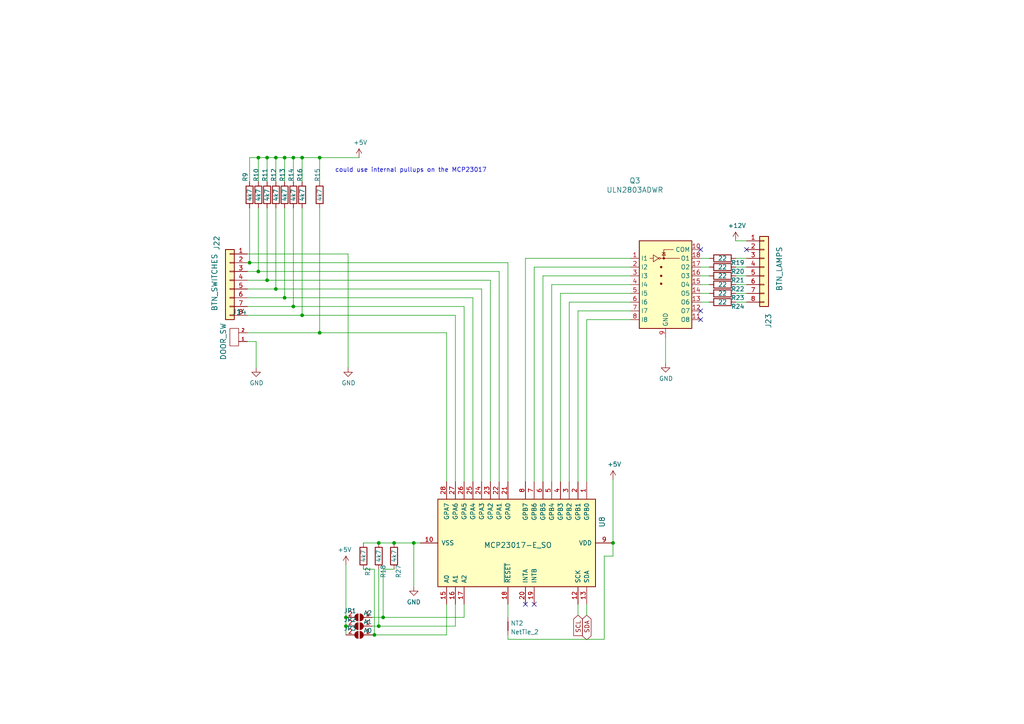
<source format=kicad_sch>
(kicad_sch (version 20211123) (generator eeschema)
  (paper "A4")
  (title_block (title "System22 CPU") (date "2022-06-04") (rev "0.1") (company "Woods Amusements"))
  (lib_symbols
    (symbol "Connector_Generic:Conn_01x08" (pin_names (offset 1.016) hide)
      (property "Reference" "J" (at 0 10.16 0))
      (property "Value" "Conn_01x08" (at 0 -12.7 0))
      (symbol "Conn_01x08_1_1"
        (rectangle (start -1.27 -10.033) (end 0 -10.287) (stroke (width 0.1524)))
        (rectangle (start -1.27 -7.493) (end 0 -7.747) (stroke (width 0.1524)))
        (rectangle (start -1.27 -4.953) (end 0 -5.207) (stroke (width 0.1524)))
        (rectangle (start -1.27 -2.413) (end 0 -2.667) (stroke (width 0.1524)))
        (rectangle (start -1.27 0.127) (end 0 -0.127) (stroke (width 0.1524)))
        (rectangle (start -1.27 2.667) (end 0 2.413) (stroke (width 0.1524)))
        (rectangle (start -1.27 5.207) (end 0 4.953) (stroke (width 0.1524)))
        (rectangle (start -1.27 7.747) (end 0 7.493) (stroke (width 0.1524)))
        (rectangle (start -1.27 8.89) (end 1.27 -11.43) (stroke (width 0.254)) (fill (type background)))
        (pin passive line (at -5.08 7.62 0) (length 3.81) (name "Pin_1") (number "1"))
        (pin passive line (at -5.08 5.08 0) (length 3.81) (name "Pin_2") (number "2"))
        (pin passive line (at -5.08 2.54 0) (length 3.81) (name "Pin_3") (number "3"))
        (pin passive line (at -5.08 0 0) (length 3.81) (name "Pin_4") (number "4"))
        (pin passive line (at -5.08 -2.54 0) (length 3.81) (name "Pin_5") (number "5"))
        (pin passive line (at -5.08 -5.08 0) (length 3.81) (name "Pin_6") (number "6"))
        (pin passive line (at -5.08 -7.62 0) (length 3.81) (name "Pin_7") (number "7"))
        (pin passive line (at -5.08 -10.16 0) (length 3.81) (name "Pin_8") (number "8"))
      )
    )
    (symbol "Device:NetTie_2" (pin_numbers hide) (pin_names (offset 0) hide)
      (property "Reference" "NT" (at 0 1.27 0))
      (property "Value" "NetTie_2" (at 0 -1.27 0))
      (symbol "NetTie_2_0_1"
        (polyline (pts (xy -1.27 0) (xy 1.27 0)) (stroke (width 0.254)))
      )
      (symbol "NetTie_2_1_1"
        (pin passive line (at -2.54 0 0) (length 2.54) (name "1") (number "1"))
        (pin passive line (at 2.54 0 180) (length 2.54) (name "2") (number "2"))
      )
    )
    (symbol "Device:R" (pin_numbers hide) (pin_names (offset 0))
      (property "Reference" "R" (at 2.032 0 90))
      (property "Value" "R" (at 0 0 90))
      (symbol "R_0_1"
        (rectangle (start -1.016 -2.54) (end 1.016 2.54) (stroke (width 0.254)))
      )
      (symbol "R_1_1"
        (pin passive line (at 0 3.81 270) (length 1.27) (name "~") (number "1"))
        (pin passive line (at 0 -3.81 90) (length 1.27) (name "~") (number "2"))
      )
    )
    (symbol "Interface_Expansion:MCP23017_SO" (pin_names (offset 1.016))
      (property "Reference" "U" (at -11.43 24.13 0))
      (property "Value" "MCP23017_SO" (at 0 0 0))
      (symbol "MCP23017_SO_0_1"
        (rectangle (start -12.7 22.86) (end 12.7 -22.86) (stroke (width 0.254)) (fill (type background)))
      )
      (symbol "MCP23017_SO_1_1"
        (pin bidirectional line (at 17.78 20.32 180) (length 5.08) (name "GPB0") (number "1"))
        (pin power_in line (at 0 -27.94 90) (length 5.08) (name "VSS") (number "10"))
        (pin no_connect line (at -12.7 15.24 0) (length 5.08) hide (name "NC") (number "11"))
        (pin input line (at -17.78 17.78 0) (length 5.08) (name "SCK") (number "12"))
        (pin bidirectional line (at -17.78 20.32 0) (length 5.08) (name "SDA") (number "13"))
        (pin no_connect line (at -12.7 12.7 0) (length 5.08) hide (name "NC") (number "14"))
        (pin input line (at -17.78 -20.32 0) (length 5.08) (name "A0") (number "15"))
        (pin input line (at -17.78 -17.78 0) (length 5.08) (name "A1") (number "16"))
        (pin input line (at -17.78 -15.24 0) (length 5.08) (name "A2") (number "17"))
        (pin input line (at -17.78 -2.54 0) (length 5.08) (name "~{RESET}") (number "18"))
        (pin tri_state line (at -17.78 5.08 0) (length 5.08) (name "INTB") (number "19"))
        (pin bidirectional line (at 17.78 17.78 180) (length 5.08) (name "GPB1") (number "2"))
        (pin tri_state line (at -17.78 2.54 0) (length 5.08) (name "INTA") (number "20"))
        (pin bidirectional line (at 17.78 -2.54 180) (length 5.08) (name "GPA0") (number "21"))
        (pin bidirectional line (at 17.78 -5.08 180) (length 5.08) (name "GPA1") (number "22"))
        (pin bidirectional line (at 17.78 -7.62 180) (length 5.08) (name "GPA2") (number "23"))
        (pin bidirectional line (at 17.78 -10.16 180) (length 5.08) (name "GPA3") (number "24"))
        (pin bidirectional line (at 17.78 -12.7 180) (length 5.08) (name "GPA4") (number "25"))
        (pin bidirectional line (at 17.78 -15.24 180) (length 5.08) (name "GPA5") (number "26"))
        (pin bidirectional line (at 17.78 -17.78 180) (length 5.08) (name "GPA6") (number "27"))
        (pin bidirectional line (at 17.78 -20.32 180) (length 5.08) (name "GPA7") (number "28"))
        (pin bidirectional line (at 17.78 15.24 180) (length 5.08) (name "GPB2") (number "3"))
        (pin bidirectional line (at 17.78 12.7 180) (length 5.08) (name "GPB3") (number "4"))
        (pin bidirectional line (at 17.78 10.16 180) (length 5.08) (name "GPB4") (number "5"))
        (pin bidirectional line (at 17.78 7.62 180) (length 5.08) (name "GPB5") (number "6"))
        (pin bidirectional line (at 17.78 5.08 180) (length 5.08) (name "GPB6") (number "7"))
        (pin bidirectional line (at 17.78 2.54 180) (length 5.08) (name "GPB7") (number "8"))
        (pin power_in line (at 0 27.94 270) (length 5.08) (name "VDD") (number "9"))
      )
    )
    (symbol "Jumper:SolderJumper_2_Open" (pin_names (offset 0) hide)
      (property "Reference" "JP" (at 0 2.032 0))
      (property "Value" "SolderJumper_2_Open" (at 0 -2.54 0))
      (symbol "SolderJumper_2_Open_0_1"
        (arc (start -0.254 1.016) (mid -1.27 0) (end -0.254 -1.016))
        (arc (start -0.254 1.016) (mid -1.27 0) (end -0.254 -1.016) (fill (type outline)))
        (polyline (pts (xy -0.254 1.016) (xy -0.254 -1.016)))
        (polyline (pts (xy 0.254 1.016) (xy 0.254 -1.016)))
        (arc (start 0.254 -1.016) (mid 1.27 0) (end 0.254 1.016))
        (arc (start 0.254 -1.016) (mid 1.27 0) (end 0.254 1.016) (fill (type outline)))
      )
      (symbol "SolderJumper_2_Open_1_1"
        (pin passive line (at -3.81 0 0) (length 2.54) (name "A") (number "1"))
        (pin passive line (at 3.81 0 180) (length 2.54) (name "B") (number "2"))
      )
    )
    (symbol "Transistor_Array:ULN2803A"
      (property "Reference" "U" (at 0 13.335 0))
      (property "Value" "ULN2803A" (at 0 11.43 0))
      (symbol "ULN2803A_0_1"
        (rectangle (start -7.62 -15.24) (end 7.62 10.16) (stroke (width 0.254)) (fill (type background)))
        (circle (center -1.778 5.08) (radius 0.254))
        (circle (center -1.27 -2.286) (radius 0.254) (fill (type outline)))
        (circle (center -1.27 0) (radius 0.254) (fill (type outline)))
        (circle (center -1.27 2.54) (radius 0.254) (fill (type outline)))
        (circle (center -0.508 5.08) (radius 0.254) (fill (type outline)))
        (polyline (pts (xy -4.572 5.08) (xy -3.556 5.08)))
        (polyline (pts (xy -1.524 5.08) (xy 4.064 5.08)))
        (polyline (pts (xy 0 6.731) (xy -1.016 6.731)))
        (polyline (pts (xy -0.508 5.08) (xy -0.508 7.62) (xy 2.286 7.62)))
        (polyline (pts (xy -3.556 6.096) (xy -3.556 4.064) (xy -2.032 5.08) (xy -3.556 6.096)))
        (polyline (pts (xy 0 5.969) (xy -1.016 5.969) (xy -0.508 6.731) (xy 0 5.969)))
      )
      (symbol "ULN2803A_1_1"
        (pin input line (at -10.16 5.08 0) (length 2.54) (name "I1") (number "1"))
        (pin passive line (at 10.16 7.62 180) (length 2.54) (name "COM") (number "10"))
        (pin open_collector line (at 10.16 -12.7 180) (length 2.54) (name "O8") (number "11"))
        (pin open_collector line (at 10.16 -10.16 180) (length 2.54) (name "O7") (number "12"))
        (pin open_collector line (at 10.16 -7.62 180) (length 2.54) (name "O6") (number "13"))
        (pin open_collector line (at 10.16 -5.08 180) (length 2.54) (name "O5") (number "14"))
        (pin open_collector line (at 10.16 -2.54 180) (length 2.54) (name "O4") (number "15"))
        (pin open_collector line (at 10.16 0 180) (length 2.54) (name "O3") (number "16"))
        (pin open_collector line (at 10.16 2.54 180) (length 2.54) (name "O2") (number "17"))
        (pin open_collector line (at 10.16 5.08 180) (length 2.54) (name "O1") (number "18"))
        (pin input line (at -10.16 2.54 0) (length 2.54) (name "I2") (number "2"))
        (pin input line (at -10.16 0 0) (length 2.54) (name "I3") (number "3"))
        (pin input line (at -10.16 -2.54 0) (length 2.54) (name "I4") (number "4"))
        (pin input line (at -10.16 -5.08 0) (length 2.54) (name "I5") (number "5"))
        (pin input line (at -10.16 -7.62 0) (length 2.54) (name "I6") (number "6"))
        (pin input line (at -10.16 -10.16 0) (length 2.54) (name "I7") (number "7"))
        (pin input line (at -10.16 -12.7 0) (length 2.54) (name "I8") (number "8"))
        (pin power_in line (at 0 -17.78 90) (length 2.54) (name "GND") (number "9"))
      )
    )
    (symbol "power:+12V" (power) (pin_names (offset 0))
      (property "Value" "+12V" (at 0 3.556 0))
      (symbol "+12V_0_1"
        (polyline (pts (xy -0.762 1.27) (xy 0 2.54)))
        (polyline (pts (xy 0 0) (xy 0 2.54)))
        (polyline (pts (xy 0 2.54) (xy 0.762 1.27)))
      )
      (symbol "+12V_1_1"
        (pin power_in line (at 0 0 90) (length 0) hide (name "+12V") (number "1"))
      )
    )
    (symbol "power:+5V" (power) (pin_names (offset 0))
      (property "Value" "+5V" (at 0 3.556 0))
      (symbol "+5V_0_1"
        (polyline (pts (xy -0.762 1.27) (xy 0 2.54)))
        (polyline (pts (xy 0 0) (xy 0 2.54)))
        (polyline (pts (xy 0 2.54) (xy 0.762 1.27)))
      )
      (symbol "+5V_1_1"
        (pin power_in line (at 0 0 90) (length 0) hide (name "+5V") (number "1"))
      )
    )
    (symbol "power:GND" (power) (pin_names (offset 0))
      (property "Value" "GND" (at 0 -3.81 0))
      (symbol "GND_0_1"
        (polyline (pts (xy 0 0) (xy 0 -1.27) (xy 1.27 -1.27) (xy 0 -2.54) (xy -1.27 -1.27) (xy 0 -1.27)))
      )
      (symbol "GND_1_1"
        (pin power_in line (at 0 0 270) (length 0) hide (name "GND") (number "1"))
      )
    )
    (symbol "w_connectors:HEADER_2" (pin_names (offset 0))
      (property "Reference" "J" (at 0 3.81 0))
      (property "Value" "HEADER_2" (at 0 -3.81 0))
      (symbol "HEADER_2_0_1"
        (rectangle (start 2.54 2.54) (end 0 -2.54))
      )
      (symbol "HEADER_2_1_1"
        (pin passive line (at -2.54 1.27 0) (length 2.54) (name "~") (number "1"))
        (pin passive line (at -2.54 -1.27 0) (length 2.54) (name "~") (number "2"))
      )
    )
  )
  (junction (at 92.71 45.72))
  (junction (at 100.33 181.61))
  (junction (at 80.01 83.82))
  (junction (at 111.125 179.07))
  (junction (at 108.585 184.15))
  (junction (at 74.93 78.74))
  (junction (at 177.8 157.48))
  (junction (at 109.855 157.48))
  (junction (at 92.71 96.52))
  (junction (at 77.47 45.72))
  (junction (at 87.63 91.44))
  (junction (at 74.93 45.72))
  (junction (at 85.09 88.9))
  (junction (at 87.63 45.72))
  (junction (at 100.33 179.07))
  (junction (at 82.55 45.72))
  (junction (at 114.3 157.48))
  (junction (at 120.015 157.48))
  (junction (at 72.39 76.2))
  (junction (at 82.55 86.36))
  (junction (at 85.09 45.72))
  (junction (at 109.855 181.61))
  (junction (at 80.01 45.72))
  (junction (at 77.47 81.28))
  (no_connect (at 152.4 175.26))
  (no_connect (at 154.94 175.26))
  (no_connect (at 203.2 92.71))
  (no_connect (at 203.2 72.39))
  (no_connect (at 216.535 72.39))
  (no_connect (at 203.2 90.17))
  (wire (pts (xy 160.02 139.7) (xy 160.02 82.55)))
  (wire (pts (xy 147.32 184.15) (xy 147.32 185.42)))
  (wire (pts (xy 82.55 52.705) (xy 82.55 45.72)))
  (wire (pts (xy 71.755 81.28) (xy 77.47 81.28)))
  (wire (pts (xy 80.01 83.82) (xy 139.7 83.82)))
  (wire (pts (xy 132.08 91.44) (xy 132.08 139.7)))
  (wire (pts (xy 193.04 97.79) (xy 193.04 105.41)))
  (wire (pts (xy 120.015 157.48) (xy 120.015 170.18)))
  (wire (pts (xy 162.56 139.7) (xy 162.56 85.09)))
  (wire (pts (xy 108.585 165.1) (xy 105.41 165.1)))
  (wire (pts (xy 167.64 175.26) (xy 167.64 178.435)))
  (wire (pts (xy 154.94 77.47) (xy 182.88 77.47)))
  (wire (pts (xy 85.09 60.325) (xy 85.09 88.9)))
  (wire (pts (xy 213.36 74.93) (xy 216.535 74.93)))
  (wire (pts (xy 100.965 73.66) (xy 100.965 106.68)))
  (wire (pts (xy 213.36 85.09) (xy 216.535 85.09)))
  (wire (pts (xy 85.09 45.72) (xy 87.63 45.72)))
  (wire (pts (xy 154.94 139.7) (xy 154.94 77.47)))
  (wire (pts (xy 71.755 96.52) (xy 92.71 96.52)))
  (wire (pts (xy 72.39 52.705) (xy 72.39 45.72)))
  (wire (pts (xy 100.33 184.15) (xy 100.33 181.61)))
  (wire (pts (xy 87.63 60.325) (xy 87.63 91.44)))
  (wire (pts (xy 71.755 91.44) (xy 87.63 91.44)))
  (wire (pts (xy 213.36 77.47) (xy 216.535 77.47)))
  (wire (pts (xy 72.39 60.325) (xy 72.39 76.2)))
  (wire (pts (xy 213.36 87.63) (xy 216.535 87.63)))
  (wire (pts (xy 105.41 157.48) (xy 109.855 157.48)))
  (wire (pts (xy 71.755 73.66) (xy 100.965 73.66)))
  (wire (pts (xy 85.09 52.705) (xy 85.09 45.72)))
  (wire (pts (xy 165.1 87.63) (xy 182.88 87.63)))
  (wire (pts (xy 139.7 83.82) (xy 139.7 139.7)))
  (wire (pts (xy 203.2 77.47) (xy 205.74 77.47)))
  (wire (pts (xy 77.47 81.28) (xy 142.24 81.28)))
  (wire (pts (xy 144.78 78.74) (xy 144.78 139.7)))
  (wire (pts (xy 147.32 76.2) (xy 147.32 139.7)))
  (wire (pts (xy 170.18 92.71) (xy 182.88 92.71)))
  (wire (pts (xy 147.32 175.26) (xy 147.32 179.07)))
  (wire (pts (xy 108.585 184.15) (xy 129.54 184.15)))
  (wire (pts (xy 87.63 45.72) (xy 92.71 45.72)))
  (wire (pts (xy 82.55 45.72) (xy 85.09 45.72)))
  (wire (pts (xy 109.855 181.61) (xy 109.855 165.1)))
  (wire (pts (xy 71.755 76.2) (xy 72.39 76.2)))
  (wire (pts (xy 134.62 88.9) (xy 134.62 139.7)))
  (wire (pts (xy 203.2 80.01) (xy 205.74 80.01)))
  (wire (pts (xy 175.26 185.42) (xy 175.26 161.29)))
  (wire (pts (xy 87.63 52.705) (xy 87.63 45.72)))
  (wire (pts (xy 111.125 179.07) (xy 111.125 165.1)))
  (wire (pts (xy 213.36 82.55) (xy 216.535 82.55)))
  (wire (pts (xy 74.295 99.06) (xy 74.295 106.68)))
  (wire (pts (xy 100.33 179.07) (xy 100.33 163.83)))
  (wire (pts (xy 71.755 83.82) (xy 80.01 83.82)))
  (wire (pts (xy 82.55 60.325) (xy 82.55 86.36)))
  (wire (pts (xy 160.02 82.55) (xy 182.88 82.55)))
  (wire (pts (xy 109.855 181.61) (xy 107.95 181.61)))
  (wire (pts (xy 177.8 139.065) (xy 177.8 157.48)))
  (wire (pts (xy 77.47 60.325) (xy 77.47 81.28)))
  (wire (pts (xy 71.755 99.06) (xy 74.295 99.06)))
  (wire (pts (xy 170.18 139.7) (xy 170.18 92.71)))
  (wire (pts (xy 72.39 76.2) (xy 147.32 76.2)))
  (wire (pts (xy 114.3 165.1) (xy 111.125 165.1)))
  (wire (pts (xy 167.64 90.17) (xy 182.88 90.17)))
  (wire (pts (xy 77.47 45.72) (xy 80.01 45.72)))
  (wire (pts (xy 82.55 86.36) (xy 137.16 86.36)))
  (wire (pts (xy 109.855 181.61) (xy 132.08 181.61)))
  (wire (pts (xy 175.26 161.29) (xy 177.8 161.29)))
  (wire (pts (xy 213.36 80.01) (xy 216.535 80.01)))
  (wire (pts (xy 71.755 86.36) (xy 82.55 86.36)))
  (wire (pts (xy 85.09 88.9) (xy 134.62 88.9)))
  (wire (pts (xy 87.63 91.44) (xy 132.08 91.44)))
  (wire (pts (xy 203.2 85.09) (xy 205.74 85.09)))
  (wire (pts (xy 203.2 82.55) (xy 205.74 82.55)))
  (wire (pts (xy 108.585 184.15) (xy 107.95 184.15)))
  (wire (pts (xy 134.62 179.07) (xy 134.62 175.26)))
  (wire (pts (xy 109.855 157.48) (xy 114.3 157.48)))
  (wire (pts (xy 170.18 175.26) (xy 170.18 178.435)))
  (wire (pts (xy 71.755 88.9) (xy 85.09 88.9)))
  (wire (pts (xy 152.4 139.7) (xy 152.4 74.93)))
  (wire (pts (xy 111.125 179.07) (xy 107.95 179.07)))
  (wire (pts (xy 120.015 157.48) (xy 121.92 157.48)))
  (wire (pts (xy 72.39 45.72) (xy 74.93 45.72)))
  (wire (pts (xy 203.2 74.93) (xy 205.74 74.93)))
  (wire (pts (xy 77.47 52.705) (xy 77.47 45.72)))
  (wire (pts (xy 92.71 60.325) (xy 92.71 96.52)))
  (wire (pts (xy 147.32 185.42) (xy 175.26 185.42)))
  (wire (pts (xy 92.71 52.705) (xy 92.71 45.72)))
  (wire (pts (xy 129.54 184.15) (xy 129.54 175.26)))
  (wire (pts (xy 92.71 45.72) (xy 104.14 45.72)))
  (wire (pts (xy 74.93 45.72) (xy 77.47 45.72)))
  (wire (pts (xy 137.16 86.36) (xy 137.16 139.7)))
  (wire (pts (xy 177.8 157.48) (xy 177.8 161.29)))
  (wire (pts (xy 80.01 45.72) (xy 82.55 45.72)))
  (wire (pts (xy 157.48 80.01) (xy 182.88 80.01)))
  (wire (pts (xy 132.08 181.61) (xy 132.08 175.26)))
  (wire (pts (xy 157.48 139.7) (xy 157.48 80.01)))
  (wire (pts (xy 74.93 60.325) (xy 74.93 78.74)))
  (wire (pts (xy 203.2 87.63) (xy 205.74 87.63)))
  (wire (pts (xy 167.64 139.7) (xy 167.64 90.17)))
  (wire (pts (xy 108.585 184.15) (xy 108.585 165.1)))
  (wire (pts (xy 80.01 60.325) (xy 80.01 83.82)))
  (wire (pts (xy 111.125 179.07) (xy 134.62 179.07)))
  (wire (pts (xy 80.01 52.705) (xy 80.01 45.72)))
  (wire (pts (xy 162.56 85.09) (xy 182.88 85.09)))
  (wire (pts (xy 92.71 96.52) (xy 129.54 96.52)))
  (wire (pts (xy 114.3 157.48) (xy 120.015 157.48)))
  (wire (pts (xy 71.755 78.74) (xy 74.93 78.74)))
  (wire (pts (xy 165.1 139.7) (xy 165.1 87.63)))
  (wire (pts (xy 100.33 181.61) (xy 100.33 179.07)))
  (wire (pts (xy 74.93 52.705) (xy 74.93 45.72)))
  (wire (pts (xy 142.24 81.28) (xy 142.24 139.7)))
  (wire (pts (xy 213.36 69.85) (xy 216.535 69.85)))
  (wire (pts (xy 74.93 78.74) (xy 144.78 78.74)))
  (wire (pts (xy 152.4 74.93) (xy 182.88 74.93)))
  (wire (pts (xy 129.54 96.52) (xy 129.54 139.7)))
  (text "could use internal pullups on the MCP23017" (at 97.155 50.165 0) (effects (font (size 1.27 1.27)) (justify left bottom)))
  (global_label "SCL" (shape input) (at 167.64 178.435 270) (property "Intersheet References" "${INTERSHEET_REFS}" (effects hide)))
  (global_label "SDA" (shape bidirectional) (at 170.18 178.435 270) (property "Intersheet References" "${INTERSHEET_REFS}" (effects hide)))
  (symbol (lib_id "Transistor_Array:ULN2803A") (at 193.04 80.01 0) (unit 1)
    (property "Reference" "Q3" (at 184.15 52.4002 0) (effects (font (size 1.524 1.524))))
    (property "Value" "ULN2803ADWR" (at 184.15 55.0926 0) (effects (font (size 1.524 1.524))))
    (property "Footprint" "Package_SO:SOIC-18W_7.5x11.6mm_P1.27mm" (effects hide))
    (property "Datasheet" "http://www.ti.com/lit/ds/symlink/uln2803a.pdf" (effects hide))
    (property "Digi-Key_PN" "296-15777-1-ND" (effects hide))
    (property "MPN" "ULN2803ADWR" (effects hide))
    (property "Category" "Discrete Semiconductor Products" (effects hide))
    (property "Family" "Transistors - Bipolar (BJT) - Arrays" (effects hide))
    (property "DK_Datasheet_Link" "http://www.ti.com/general/docs/suppproductinfo.tsp?distId=10&gotoUrl=http%3A%2F%2Fwww.ti.com%2Flit%2Fgpn%2Fuln2803a" (effects hide))
    (property "DK_Detail_Page" "/product-detail/en/texas-instruments/ULN2803ADWR/296-15777-1-ND/598088" (effects hide))
    (property "Description" "TRANS 8NPN DARL 50V 0.5A 18SO" (effects hide))
    (property "Manufacturer" "Texas Instruments" (effects hide))
    (property "Status" "Active" (effects hide))
    (property "LCSC" "C9683" (effects hide))
    (property "JLC" "SOIC-18_7.5x11.5x1.27P" (effects hide))
  )
  (symbol (lib_id "Device:R") (at 209.55 74.93 270) (unit 1)
    (property "Reference" "R19" (at 213.995 76.2 90))
    (property "Value" "22" (at 209.55 74.93 90))
    (property "Footprint" "Resistor_SMD:R_0805_2012Metric" (effects hide))
    (property "LCSC" "C17561" (effects hide))
    (property "JLC" "0805" (effects hide))
  )
  (symbol (lib_id "Device:R") (at 209.55 77.47 270) (unit 1)
    (property "Reference" "R20" (at 213.995 78.74 90))
    (property "Value" "22" (at 209.55 77.47 90))
    (property "Footprint" "Resistor_SMD:R_0805_2012Metric" (effects hide))
    (property "LCSC" "C17561" (effects hide))
    (property "JLC" "0805" (effects hide))
  )
  (symbol (lib_id "Device:R") (at 209.55 80.01 270) (unit 1)
    (property "Reference" "R21" (at 213.995 81.28 90))
    (property "Value" "22" (at 209.55 80.01 90))
    (property "Footprint" "Resistor_SMD:R_0805_2012Metric" (effects hide))
    (property "LCSC" "C17561" (effects hide))
    (property "JLC" "0805" (effects hide))
  )
  (symbol (lib_id "Device:R") (at 209.55 82.55 270) (unit 1)
    (property "Reference" "R22" (at 213.995 83.82 90))
    (property "Value" "22" (at 209.55 82.55 90))
    (property "Footprint" "Resistor_SMD:R_0805_2012Metric" (effects hide))
    (property "LCSC" "C17561" (effects hide))
    (property "JLC" "0805" (effects hide))
  )
  (symbol (lib_id "Device:R") (at 209.55 85.09 270) (unit 1)
    (property "Reference" "R23" (at 213.995 86.36 90))
    (property "Value" "22" (at 209.55 85.09 90))
    (property "Footprint" "Resistor_SMD:R_0805_2012Metric" (effects hide))
    (property "LCSC" "C17561" (effects hide))
    (property "JLC" "0805" (effects hide))
  )
  (symbol (lib_id "Device:R") (at 209.55 87.63 270) (unit 1)
    (property "Reference" "R24" (at 213.995 88.9 90))
    (property "Value" "22" (at 209.55 87.63 90))
    (property "Footprint" "Resistor_SMD:R_0805_2012Metric" (effects hide))
    (property "LCSC" "C17561" (effects hide))
    (property "JLC" "0805" (effects hide))
  )
  (symbol (lib_id "Connector_Generic:Conn_01x08") (at 221.615 77.47 0) (unit 1)
    (property "Reference" "J23" (at 222.885 95.25 90) (effects (font (size 1.524 1.524)) (justify left)))
    (property "Value" "BTN_LAMPS" (at 226.06 84.455 90) (effects (font (size 1.524 1.524)) (justify left)))
    (property "Footprint" "Connector_JST:JST_XH_B8B-XH-A_1x08_P2.50mm_Vertical" (effects hide))
  )
  (symbol (lib_id "Connector_Generic:Conn_01x08") (at 66.675 81.28 0) (mirror y) (unit 1)
    (property "Reference" "J22" (at 62.865 70.485 90) (effects (font (size 1.524 1.524))))
    (property "Value" "BTN_SWITCHES" (at 62.23 81.915 90) (effects (font (size 1.524 1.524))))
    (property "Footprint" "Connector_JST:JST_XH_B8B-XH-A_1x08_P2.50mm_Vertical" (effects hide))
  )
  (symbol (lib_id "Device:R") (at 72.39 56.515 180) (unit 1)
    (property "Reference" "R9" (at 71.12 52.705 90) (effects (justify right)))
    (property "Value" "4k7" (at 72.39 58.42 90) (effects (justify right)))
    (property "Footprint" "Resistor_SMD:R_0805_2012Metric" (effects hide))
    (property "LCSC" "C17673" (effects hide))
    (property "JLC" "0805" (effects hide))
  )
  (symbol (lib_id "Device:R") (at 74.93 56.515 180) (unit 1)
    (property "Reference" "R10" (at 74.295 52.705 90) (effects (justify right)))
    (property "Value" "4k7" (at 74.93 58.42 90) (effects (justify right)))
    (property "Footprint" "Resistor_SMD:R_0805_2012Metric" (effects hide))
    (property "LCSC" "C17673" (effects hide))
    (property "JLC" "0805" (effects hide))
  )
  (symbol (lib_id "Device:R") (at 77.47 56.515 180) (unit 1)
    (property "Reference" "R11" (at 76.835 52.705 90) (effects (justify right)))
    (property "Value" "4k7" (at 77.47 58.42 90) (effects (justify right)))
    (property "Footprint" "Resistor_SMD:R_0805_2012Metric" (effects hide))
    (property "LCSC" "C17673" (effects hide))
    (property "JLC" "0805" (effects hide))
  )
  (symbol (lib_id "Device:R") (at 80.01 56.515 180) (unit 1)
    (property "Reference" "R12" (at 79.375 52.705 90) (effects (justify right)))
    (property "Value" "4k7" (at 80.01 58.42 90) (effects (justify right)))
    (property "Footprint" "Resistor_SMD:R_0805_2012Metric" (effects hide))
    (property "LCSC" "C17673" (effects hide))
    (property "JLC" "0805" (effects hide))
  )
  (symbol (lib_id "Device:R") (at 82.55 56.515 180) (unit 1)
    (property "Reference" "R13" (at 81.915 52.705 90) (effects (justify right)))
    (property "Value" "4k7" (at 82.55 58.42 90) (effects (justify right)))
    (property "Footprint" "Resistor_SMD:R_0805_2012Metric" (effects hide))
    (property "LCSC" "C17673" (effects hide))
    (property "JLC" "0805" (effects hide))
  )
  (symbol (lib_id "Device:R") (at 85.09 56.515 180) (unit 1)
    (property "Reference" "R14" (at 84.455 52.705 90) (effects (justify right)))
    (property "Value" "4k7" (at 85.09 58.42 90) (effects (justify right)))
    (property "Footprint" "Resistor_SMD:R_0805_2012Metric" (effects hide))
    (property "LCSC" "C17673" (effects hide))
    (property "JLC" "0805" (effects hide))
  )
  (symbol (lib_id "Device:R") (at 87.63 56.515 180) (unit 1)
    (property "Reference" "R16" (at 86.995 52.705 90) (effects (justify right)))
    (property "Value" "4k7" (at 87.63 58.42 90) (effects (justify right)))
    (property "Footprint" "Resistor_SMD:R_0805_2012Metric" (effects hide))
    (property "LCSC" "C17673" (effects hide))
    (property "JLC" "0805" (effects hide))
  )
  (symbol (lib_id "Interface_Expansion:MCP23017_SO") (at 149.86 157.48 270) (mirror x) (unit 1)
    (property "Reference" "U8" (at 174.625 153.035 0) (effects (font (size 1.524 1.524)) (justify left)))
    (property "Value" "MCP23017-E_SO" (at 140.335 158.115 90) (effects (font (size 1.524 1.524)) (justify left)))
    (property "Footprint" "Package_SO:SOIC-28W_7.5x17.9mm_P1.27mm" (effects hide))
    (property "Datasheet" "http://ww1.microchip.com/downloads/en/DeviceDoc/20001952C.pdf" (effects hide))
    (property "Digi-Key_PN" "MCP23017-E/SO-ND" (effects hide))
    (property "MPN" "MCP23017-E/SO" (effects hide))
    (property "Category" "Integrated Circuits (ICs)" (effects hide))
    (property "Family" "Interface - I/O Expanders" (effects hide))
    (property "DK_Datasheet_Link" "http://www.microchip.com/mymicrochip/filehandler.aspx?ddocname=en023709" (effects hide))
    (property "DK_Detail_Page" "/product-detail/en/microchip-technology/MCP23017-E-SO/MCP23017-E-SO-ND/894271" (effects hide))
    (property "Description" "IC I/O EXPANDER I2C 16B 28SOIC" (effects hide))
    (property "Manufacturer" "Microchip Technology" (effects hide))
    (property "Status" "Active" (effects hide))
    (property "LCSC" "C47023" (effects hide))
    (property "JLC" "SOIC-28_300mil" (effects hide))
  )
  (symbol (lib_id "w_connectors:HEADER_2") (at 69.215 97.79 180) (unit 1)
    (property "Reference" "J14" (at 69.4182 90.5002 0) (effects (font (size 1.524 1.524))))
    (property "Value" "DOOR_SW" (at 64.77 99.06 90) (effects (font (size 1.524 1.524))))
    (property "Footprint" "Connector_JST:JST_XH_B2B-XH-A_1x02_P2.50mm_Vertical" (effects hide))
  )
  (symbol (lib_id "Device:R") (at 92.71 56.515 180) (unit 1)
    (property "Reference" "R15" (at 92.075 52.705 90) (effects (justify right)))
    (property "Value" "4k7" (at 92.71 58.42 90) (effects (justify right)))
    (property "Footprint" "Resistor_SMD:R_0805_2012Metric" (effects hide))
    (property "LCSC" "C17673" (effects hide))
    (property "JLC" "0805" (effects hide))
  )
  (symbol (lib_id "Jumper:SolderJumper_2_Open") (at 104.14 179.07 0) (mirror y) (unit 1)
    (property "Reference" "JP1" (at 99.695 177.165 0) (effects (justify right)))
    (property "Value" "A2" (at 105.41 177.8 0) (effects (justify right)))
    (property "Footprint" "Jumper:SolderJumper-2_P1.3mm_Open_RoundedPad1.0x1.5mm" (effects hide))
  )
  (symbol (lib_id "Jumper:SolderJumper_2_Open") (at 104.14 181.61 0) (mirror y) (unit 1)
    (property "Reference" "JP2" (at 99.695 179.705 0) (effects (justify right)))
    (property "Value" "A1" (at 105.41 180.34 0) (effects (justify right)))
    (property "Footprint" "Jumper:SolderJumper-2_P1.3mm_Open_RoundedPad1.0x1.5mm" (effects hide))
  )
  (symbol (lib_id "Jumper:SolderJumper_2_Open") (at 104.14 184.15 0) (mirror y) (unit 1)
    (property "Reference" "JP3" (at 99.695 182.245 0) (effects (justify right)))
    (property "Value" "A0" (at 105.41 182.88 0) (effects (justify right)))
    (property "Footprint" "Jumper:SolderJumper-2_P1.3mm_Open_RoundedPad1.0x1.5mm" (effects hide))
  )
  (symbol (lib_id "Device:R") (at 105.41 161.29 0) (mirror x) (unit 1)
    (property "Reference" "R2" (at 106.68 165.735 90))
    (property "Value" "4k7" (at 105.41 161.29 90))
    (property "Footprint" "Resistor_SMD:R_0805_2012Metric" (effects hide))
    (property "LCSC" "C17673" (effects hide))
    (property "JLC" "0805" (effects hide))
  )
  (symbol (lib_id "Device:R") (at 109.855 161.29 0) (mirror x) (unit 1)
    (property "Reference" "R18" (at 111.125 165.735 90))
    (property "Value" "4k7" (at 109.855 161.29 90))
    (property "Footprint" "Resistor_SMD:R_0805_2012Metric" (effects hide))
    (property "LCSC" "C17673" (effects hide))
    (property "JLC" "0805" (effects hide))
  )
  (symbol (lib_id "Device:R") (at 114.3 161.29 0) (mirror x) (unit 1)
    (property "Reference" "R27" (at 115.57 165.735 90))
    (property "Value" "4k7" (at 114.3 161.29 90))
    (property "Footprint" "Resistor_SMD:R_0805_2012Metric" (effects hide))
    (property "LCSC" "C17673" (effects hide))
    (property "JLC" "0805" (effects hide))
  )
  (symbol (lib_id "power:+5V") (at 177.8 139.065 0) (unit 1)
    (property "Reference" "#PWR0135" (effects hide))
    (property "Value" "+5V" (at 178.181 134.6708 0))
  )
  (symbol (lib_id "power:+5V") (at 100.33 163.83 0) (mirror y) (unit 1)
    (property "Reference" "#PWR0136" (effects hide))
    (property "Value" "+5V" (at 99.949 159.4358 0))
  )
  (symbol (lib_id "power:+5V") (at 104.14 45.72 0) (unit 1)
    (property "Reference" "#PWR0140" (effects hide))
    (property "Value" "+5V" (at 104.521 41.3258 0))
  )
  (symbol (lib_id "power:+12V") (at 213.36 69.85 0) (unit 1)
    (property "Reference" "#PWR0141" (effects hide))
    (property "Value" "+12V" (at 213.741 65.4558 0))
  )
  (symbol (lib_id "power:GND") (at 193.04 105.41 0) (unit 1)
    (property "Reference" "#PWR0137" (effects hide))
    (property "Value" "GND" (at 193.167 109.8042 0))
  )
  (symbol (lib_id "power:GND") (at 100.965 106.68 0) (unit 1)
    (property "Reference" "#PWR0139" (effects hide))
    (property "Value" "GND" (at 101.092 111.0742 0))
  )
  (symbol (lib_id "power:GND") (at 74.295 106.68 0) (unit 1)
    (property "Reference" "#PWR0147" (effects hide))
    (property "Value" "GND" (at 74.422 111.0742 0))
  )
  (symbol (lib_id "power:GND") (at 120.015 170.18 0) (unit 1)
    (property "Reference" "#PWR01" (effects hide))
    (property "Value" "GND" (at 120.015 174.6234 0))
  )
  (symbol (lib_id "Device:NetTie_2") (at 147.32 181.61 90) (unit 1)
    (property "Reference" "NT2" (at 148.082 180.7753 90) (effects (justify right)))
    (property "Value" "NetTie_2" (at 148.082 183.3122 90) (effects (justify right)))
    (property "Footprint" "NetTie:NetTie-2_SMD_Pad0.5mm" (effects hide))
  )
)
</source>
